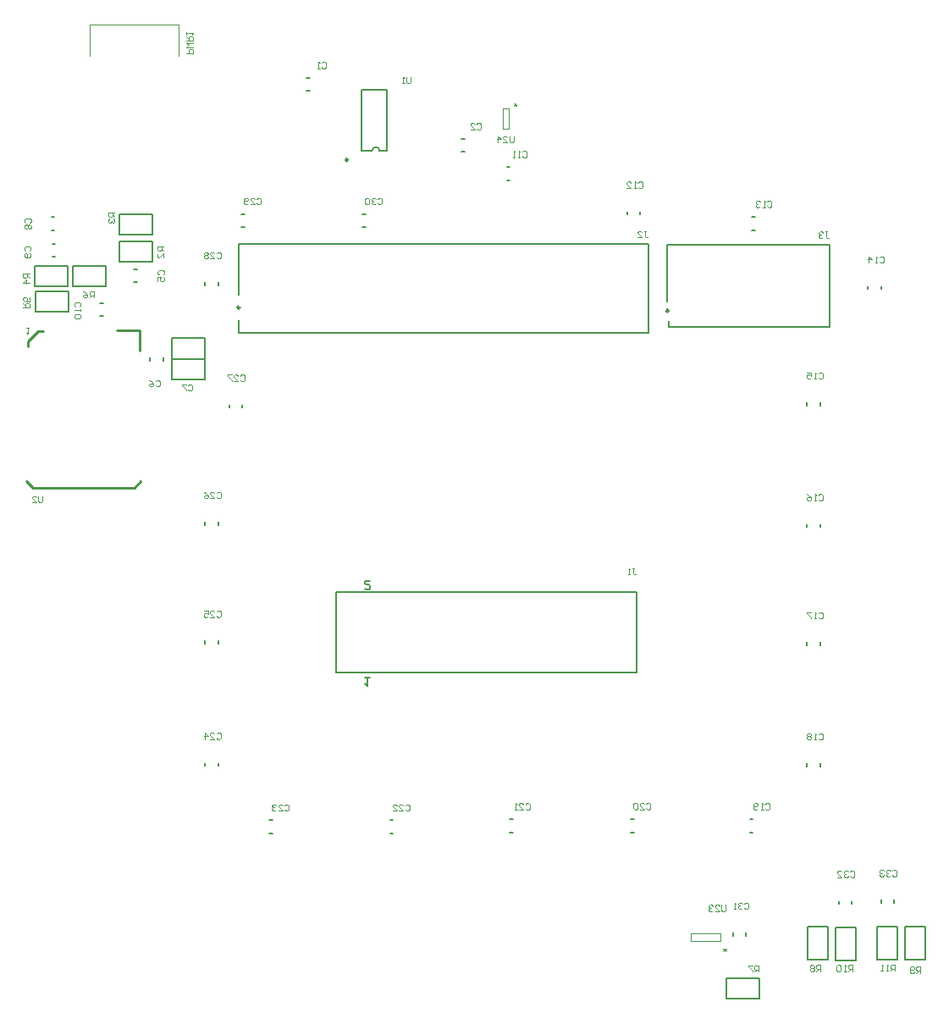
<source format=gbo>
G04 Layer_Color=32896*
%FSLAX44Y44*%
%MOMM*%
G71*
G01*
G75*
%ADD15C,0.2540*%
%ADD42C,0.1250*%
%ADD43C,0.1016*%
%ADD45C,0.1270*%
%ADD71C,0.0750*%
D15*
X1395110Y1139760D02*
G03*
X1395110Y1139760I-1270J0D01*
G01*
X966220Y1143000D02*
G03*
X966220Y1143000I-1270J0D01*
G01*
X1074270Y1290610D02*
G03*
X1074270Y1290610I-1270J0D01*
G01*
X754120Y1104020D02*
Y1109100D01*
X764280Y1119260D01*
X769360D01*
X843020Y1120530D02*
X865880D01*
Y1100210D02*
Y1120530D01*
X759200Y963050D02*
X810000D01*
X752850Y969400D02*
X759200Y963050D01*
X810000D02*
X860800D01*
X867150Y969400D01*
D42*
X904750Y1394250D02*
Y1426000D01*
X815850Y1394250D02*
Y1426000D01*
X904750D01*
X1446580Y509890D02*
Y517510D01*
X1417370D02*
X1446580D01*
X1417370Y509890D02*
Y517510D01*
Y509890D02*
X1446580D01*
X1235650Y1321990D02*
Y1342310D01*
X1229300Y1321990D02*
X1235650D01*
X1229300D02*
Y1342310D01*
X1235650D01*
D43*
X1048260Y1387508D02*
X1049318Y1388566D01*
X1051434D01*
X1052492Y1387508D01*
Y1383276D01*
X1051434Y1382218D01*
X1049318D01*
X1048260Y1383276D01*
X1046144Y1382218D02*
X1044028D01*
X1045086D01*
Y1388566D01*
X1046144Y1387508D01*
X1203254Y1326378D02*
X1204312Y1327436D01*
X1206428D01*
X1207486Y1326378D01*
Y1322146D01*
X1206428Y1321088D01*
X1204312D01*
X1203254Y1322146D01*
X1196906Y1321088D02*
X1201138D01*
X1196906Y1325320D01*
Y1326378D01*
X1197964Y1327436D01*
X1200080D01*
X1201138Y1326378D01*
X885210Y1175768D02*
X884152Y1176826D01*
Y1178942D01*
X885210Y1180000D01*
X889442D01*
X890500Y1178942D01*
Y1176826D01*
X889442Y1175768D01*
X884152Y1169420D02*
Y1173652D01*
X887326D01*
X886268Y1171536D01*
Y1170478D01*
X887326Y1169420D01*
X889442D01*
X890500Y1170478D01*
Y1172594D01*
X889442Y1173652D01*
X881768Y1069290D02*
X882826Y1070348D01*
X884942D01*
X886000Y1069290D01*
Y1065058D01*
X884942Y1064000D01*
X882826D01*
X881768Y1065058D01*
X875420Y1070348D02*
X877536Y1069290D01*
X879652Y1067174D01*
Y1065058D01*
X878594Y1064000D01*
X876478D01*
X875420Y1065058D01*
Y1066116D01*
X876478Y1067174D01*
X879652D01*
X914768Y1065290D02*
X915826Y1066348D01*
X917942D01*
X919000Y1065290D01*
Y1061058D01*
X917942Y1060000D01*
X915826D01*
X914768Y1061058D01*
X912652Y1066348D02*
X908420D01*
Y1065290D01*
X912652Y1061058D01*
Y1060000D01*
X752210Y1227768D02*
X751152Y1228826D01*
Y1230942D01*
X752210Y1232000D01*
X756442D01*
X757500Y1230942D01*
Y1228826D01*
X756442Y1227768D01*
X752210Y1225652D02*
X751152Y1224594D01*
Y1222478D01*
X752210Y1221420D01*
X753268D01*
X754326Y1222478D01*
X755384Y1221420D01*
X756442D01*
X757500Y1222478D01*
Y1224594D01*
X756442Y1225652D01*
X755384D01*
X754326Y1224594D01*
X753268Y1225652D01*
X752210D01*
X754326Y1224594D02*
Y1222478D01*
X751710Y1199768D02*
X750652Y1200826D01*
Y1202942D01*
X751710Y1204000D01*
X755942D01*
X757000Y1202942D01*
Y1200826D01*
X755942Y1199768D01*
Y1197652D02*
X757000Y1196594D01*
Y1194478D01*
X755942Y1193420D01*
X751710D01*
X750652Y1194478D01*
Y1196594D01*
X751710Y1197652D01*
X752768D01*
X753826Y1196594D01*
Y1193420D01*
X801710Y1143768D02*
X800652Y1144826D01*
Y1146942D01*
X801710Y1148000D01*
X805942D01*
X807000Y1146942D01*
Y1144826D01*
X805942Y1143768D01*
X807000Y1141652D02*
Y1139536D01*
Y1140594D01*
X800652D01*
X801710Y1141652D01*
Y1136362D02*
X800652Y1135304D01*
Y1133188D01*
X801710Y1132130D01*
X805942D01*
X807000Y1133188D01*
Y1135304D01*
X805942Y1136362D01*
X801710D01*
X1248632Y1298586D02*
X1249690Y1299644D01*
X1251806D01*
X1252864Y1298586D01*
Y1294354D01*
X1251806Y1293296D01*
X1249690D01*
X1248632Y1294354D01*
X1246516Y1293296D02*
X1244400D01*
X1245458D01*
Y1299644D01*
X1246516Y1298586D01*
X1241226Y1293296D02*
X1239110D01*
X1240168D01*
Y1299644D01*
X1241226Y1298586D01*
X1364816Y1267890D02*
X1365874Y1268948D01*
X1367990D01*
X1369048Y1267890D01*
Y1263658D01*
X1367990Y1262600D01*
X1365874D01*
X1364816Y1263658D01*
X1362700Y1262600D02*
X1360584D01*
X1361642D01*
Y1268948D01*
X1362700Y1267890D01*
X1353178Y1262600D02*
X1357410D01*
X1353178Y1266832D01*
Y1267890D01*
X1354236Y1268948D01*
X1356352D01*
X1357410Y1267890D01*
X1493780Y1248556D02*
X1494838Y1249614D01*
X1496954D01*
X1498012Y1248556D01*
Y1244324D01*
X1496954Y1243266D01*
X1494838D01*
X1493780Y1244324D01*
X1491664Y1243266D02*
X1489548D01*
X1490606D01*
Y1249614D01*
X1491664Y1248556D01*
X1486374D02*
X1485316Y1249614D01*
X1483200D01*
X1482142Y1248556D01*
Y1247498D01*
X1483200Y1246440D01*
X1484258D01*
X1483200D01*
X1482142Y1245382D01*
Y1244324D01*
X1483200Y1243266D01*
X1485316D01*
X1486374Y1244324D01*
X1605778Y1193248D02*
X1606836Y1194306D01*
X1608952D01*
X1610010Y1193248D01*
Y1189016D01*
X1608952Y1187958D01*
X1606836D01*
X1605778Y1189016D01*
X1603662Y1187958D02*
X1601546D01*
X1602604D01*
Y1194306D01*
X1603662Y1193248D01*
X1595198Y1187958D02*
Y1194306D01*
X1598372Y1191132D01*
X1594140D01*
X1544910Y1076866D02*
X1545968Y1077924D01*
X1548084D01*
X1549142Y1076866D01*
Y1072634D01*
X1548084Y1071576D01*
X1545968D01*
X1544910Y1072634D01*
X1542794Y1071576D02*
X1540678D01*
X1541736D01*
Y1077924D01*
X1542794Y1076866D01*
X1533272Y1077924D02*
X1537504D01*
Y1074750D01*
X1535388Y1075808D01*
X1534330D01*
X1533272Y1074750D01*
Y1072634D01*
X1534330Y1071576D01*
X1536446D01*
X1537504Y1072634D01*
X1544894Y955424D02*
X1545952Y956482D01*
X1548068D01*
X1549126Y955424D01*
Y951192D01*
X1548068Y950134D01*
X1545952D01*
X1544894Y951192D01*
X1542778Y950134D02*
X1540662D01*
X1541720D01*
Y956482D01*
X1542778Y955424D01*
X1533256Y956482D02*
X1535372Y955424D01*
X1537488Y953308D01*
Y951192D01*
X1536430Y950134D01*
X1534314D01*
X1533256Y951192D01*
Y952250D01*
X1534314Y953308D01*
X1537488D01*
X1544802Y837346D02*
X1545860Y838404D01*
X1547976D01*
X1549034Y837346D01*
Y833114D01*
X1547976Y832056D01*
X1545860D01*
X1544802Y833114D01*
X1542686Y832056D02*
X1540570D01*
X1541628D01*
Y838404D01*
X1542686Y837346D01*
X1537396Y838404D02*
X1533164D01*
Y837346D01*
X1537396Y833114D01*
Y832056D01*
X1544832Y716428D02*
X1545890Y717486D01*
X1548006D01*
X1549064Y716428D01*
Y712196D01*
X1548006Y711138D01*
X1545890D01*
X1544832Y712196D01*
X1542716Y711138D02*
X1540600D01*
X1541658D01*
Y717486D01*
X1542716Y716428D01*
X1537426D02*
X1536368Y717486D01*
X1534252D01*
X1533194Y716428D01*
Y715370D01*
X1534252Y714312D01*
X1533194Y713254D01*
Y712196D01*
X1534252Y711138D01*
X1536368D01*
X1537426Y712196D01*
Y713254D01*
X1536368Y714312D01*
X1537426Y715370D01*
Y716428D01*
X1536368Y714312D02*
X1534252D01*
X1491828Y646354D02*
X1492886Y647412D01*
X1495002D01*
X1496060Y646354D01*
Y642122D01*
X1495002Y641064D01*
X1492886D01*
X1491828Y642122D01*
X1489712Y641064D02*
X1487596D01*
X1488654D01*
Y647412D01*
X1489712Y646354D01*
X1484422Y642122D02*
X1483364Y641064D01*
X1481248D01*
X1480190Y642122D01*
Y646354D01*
X1481248Y647412D01*
X1483364D01*
X1484422Y646354D01*
Y645296D01*
X1483364Y644238D01*
X1480190D01*
X1372686Y646548D02*
X1373744Y647606D01*
X1375860D01*
X1376918Y646548D01*
Y642316D01*
X1375860Y641258D01*
X1373744D01*
X1372686Y642316D01*
X1366338Y641258D02*
X1370570D01*
X1366338Y645490D01*
Y646548D01*
X1367396Y647606D01*
X1369512D01*
X1370570Y646548D01*
X1364222D02*
X1363164Y647606D01*
X1361048D01*
X1359990Y646548D01*
Y642316D01*
X1361048Y641258D01*
X1363164D01*
X1364222Y642316D01*
Y646548D01*
X1251830Y646500D02*
X1252888Y647558D01*
X1255004D01*
X1256062Y646500D01*
Y642268D01*
X1255004Y641210D01*
X1252888D01*
X1251830Y642268D01*
X1245482Y641210D02*
X1249714D01*
X1245482Y645442D01*
Y646500D01*
X1246540Y647558D01*
X1248656D01*
X1249714Y646500D01*
X1243366Y641210D02*
X1241250D01*
X1242308D01*
Y647558D01*
X1243366Y646500D01*
X1131704Y645376D02*
X1132762Y646434D01*
X1134878D01*
X1135936Y645376D01*
Y641144D01*
X1134878Y640086D01*
X1132762D01*
X1131704Y641144D01*
X1125356Y640086D02*
X1129588D01*
X1125356Y644318D01*
Y645376D01*
X1126414Y646434D01*
X1128530D01*
X1129588Y645376D01*
X1119008Y640086D02*
X1123240D01*
X1119008Y644318D01*
Y645376D01*
X1120066Y646434D01*
X1122182D01*
X1123240Y645376D01*
X1011270Y645390D02*
X1012328Y646448D01*
X1014444D01*
X1015502Y645390D01*
Y641158D01*
X1014444Y640100D01*
X1012328D01*
X1011270Y641158D01*
X1004922Y640100D02*
X1009154D01*
X1004922Y644332D01*
Y645390D01*
X1005980Y646448D01*
X1008096D01*
X1009154Y645390D01*
X1002806D02*
X1001748Y646448D01*
X999632D01*
X998574Y645390D01*
Y644332D01*
X999632Y643274D01*
X1000690D01*
X999632D01*
X998574Y642216D01*
Y641158D01*
X999632Y640100D01*
X1001748D01*
X1002806Y641158D01*
X942730Y716886D02*
X943788Y717944D01*
X945904D01*
X946962Y716886D01*
Y712654D01*
X945904Y711596D01*
X943788D01*
X942730Y712654D01*
X936382Y711596D02*
X940614D01*
X936382Y715828D01*
Y716886D01*
X937440Y717944D01*
X939556D01*
X940614Y716886D01*
X931092Y711596D02*
Y717944D01*
X934266Y714770D01*
X930034D01*
X942890Y838868D02*
X943948Y839926D01*
X946064D01*
X947122Y838868D01*
Y834636D01*
X946064Y833578D01*
X943948D01*
X942890Y834636D01*
X936542Y833578D02*
X940774D01*
X936542Y837810D01*
Y838868D01*
X937600Y839926D01*
X939716D01*
X940774Y838868D01*
X930194Y839926D02*
X934426D01*
Y836752D01*
X932310Y837810D01*
X931252D01*
X930194Y836752D01*
Y834636D01*
X931252Y833578D01*
X933368D01*
X934426Y834636D01*
X942954Y957488D02*
X944012Y958546D01*
X946128D01*
X947186Y957488D01*
Y953256D01*
X946128Y952198D01*
X944012D01*
X942954Y953256D01*
X936606Y952198D02*
X940838D01*
X936606Y956430D01*
Y957488D01*
X937664Y958546D01*
X939780D01*
X940838Y957488D01*
X930258Y958546D02*
X932374Y957488D01*
X934490Y955372D01*
Y953256D01*
X933432Y952198D01*
X931316D01*
X930258Y953256D01*
Y954314D01*
X931316Y955372D01*
X934490D01*
X966828Y1074764D02*
X967886Y1075822D01*
X970002D01*
X971060Y1074764D01*
Y1070532D01*
X970002Y1069474D01*
X967886D01*
X966828Y1070532D01*
X960480Y1069474D02*
X964712D01*
X960480Y1073706D01*
Y1074764D01*
X961538Y1075822D01*
X963654D01*
X964712Y1074764D01*
X958364Y1075822D02*
X954132D01*
Y1074764D01*
X958364Y1070532D01*
Y1069474D01*
X942760Y1197294D02*
X943818Y1198352D01*
X945934D01*
X946992Y1197294D01*
Y1193062D01*
X945934Y1192004D01*
X943818D01*
X942760Y1193062D01*
X936412Y1192004D02*
X940644D01*
X936412Y1196236D01*
Y1197294D01*
X937470Y1198352D01*
X939586D01*
X940644Y1197294D01*
X934296D02*
X933238Y1198352D01*
X931122D01*
X930064Y1197294D01*
Y1196236D01*
X931122Y1195178D01*
X930064Y1194120D01*
Y1193062D01*
X931122Y1192004D01*
X933238D01*
X934296Y1193062D01*
Y1194120D01*
X933238Y1195178D01*
X934296Y1196236D01*
Y1197294D01*
X933238Y1195178D02*
X931122D01*
X983210Y1251476D02*
X984268Y1252534D01*
X986384D01*
X987442Y1251476D01*
Y1247244D01*
X986384Y1246186D01*
X984268D01*
X983210Y1247244D01*
X976862Y1246186D02*
X981094D01*
X976862Y1250418D01*
Y1251476D01*
X977920Y1252534D01*
X980036D01*
X981094Y1251476D01*
X974746Y1247244D02*
X973688Y1246186D01*
X971572D01*
X970514Y1247244D01*
Y1251476D01*
X971572Y1252534D01*
X973688D01*
X974746Y1251476D01*
Y1250418D01*
X973688Y1249360D01*
X970514D01*
X1104242Y1251462D02*
X1105300Y1252520D01*
X1107416D01*
X1108474Y1251462D01*
Y1247230D01*
X1107416Y1246172D01*
X1105300D01*
X1104242Y1247230D01*
X1102126Y1251462D02*
X1101068Y1252520D01*
X1098952D01*
X1097894Y1251462D01*
Y1250404D01*
X1098952Y1249346D01*
X1100010D01*
X1098952D01*
X1097894Y1248288D01*
Y1247230D01*
X1098952Y1246172D01*
X1101068D01*
X1102126Y1247230D01*
X1095778Y1251462D02*
X1094720Y1252520D01*
X1092604D01*
X1091546Y1251462D01*
Y1247230D01*
X1092604Y1246172D01*
X1094720D01*
X1095778Y1247230D01*
Y1251462D01*
X1470848Y547138D02*
X1471906Y548196D01*
X1474022D01*
X1475080Y547138D01*
Y542906D01*
X1474022Y541848D01*
X1471906D01*
X1470848Y542906D01*
X1468732Y547138D02*
X1467674Y548196D01*
X1465558D01*
X1464500Y547138D01*
Y546080D01*
X1465558Y545022D01*
X1466616D01*
X1465558D01*
X1464500Y543964D01*
Y542906D01*
X1465558Y541848D01*
X1467674D01*
X1468732Y542906D01*
X1462384Y541848D02*
X1460268D01*
X1461326D01*
Y548196D01*
X1462384Y547138D01*
X1576795Y578925D02*
X1577853Y579983D01*
X1579969D01*
X1581027Y578925D01*
Y574693D01*
X1579969Y573635D01*
X1577853D01*
X1576795Y574693D01*
X1574679Y578925D02*
X1573621Y579983D01*
X1571505D01*
X1570447Y578925D01*
Y577867D01*
X1571505Y576809D01*
X1572563D01*
X1571505D01*
X1570447Y575751D01*
Y574693D01*
X1571505Y573635D01*
X1573621D01*
X1574679Y574693D01*
X1564099Y573635D02*
X1568331D01*
X1564099Y577867D01*
Y578925D01*
X1565157Y579983D01*
X1567273D01*
X1568331Y578925D01*
X1618828Y579782D02*
X1619886Y580840D01*
X1622002D01*
X1623060Y579782D01*
Y575550D01*
X1622002Y574492D01*
X1619886D01*
X1618828Y575550D01*
X1616712Y579782D02*
X1615654Y580840D01*
X1613538D01*
X1612480Y579782D01*
Y578724D01*
X1613538Y577666D01*
X1614596D01*
X1613538D01*
X1612480Y576608D01*
Y575550D01*
X1613538Y574492D01*
X1615654D01*
X1616712Y575550D01*
X1610364Y579782D02*
X1609306Y580840D01*
X1607190D01*
X1606132Y579782D01*
Y578724D01*
X1607190Y577666D01*
X1608248D01*
X1607190D01*
X1606132Y576608D01*
Y575550D01*
X1607190Y574492D01*
X1609306D01*
X1610364Y575550D01*
X1358732Y882648D02*
X1360848D01*
X1359790D01*
Y877358D01*
X1360848Y876300D01*
X1361906D01*
X1362964Y877358D01*
X1356616Y876300D02*
X1354500D01*
X1355558D01*
Y882648D01*
X1356616Y881590D01*
X1370670Y1219452D02*
X1372786D01*
X1371728D01*
Y1214162D01*
X1372786Y1213104D01*
X1373844D01*
X1374902Y1214162D01*
X1364322Y1213104D02*
X1368554D01*
X1364322Y1217336D01*
Y1218394D01*
X1365380Y1219452D01*
X1367496D01*
X1368554Y1218394D01*
X1551772Y1218944D02*
X1553888D01*
X1552830D01*
Y1213654D01*
X1553888Y1212596D01*
X1554946D01*
X1556004Y1213654D01*
X1549656Y1217886D02*
X1548598Y1218944D01*
X1546482D01*
X1545424Y1217886D01*
Y1216828D01*
X1546482Y1215770D01*
X1547540D01*
X1546482D01*
X1545424Y1214712D01*
Y1213654D01*
X1546482Y1212596D01*
X1548598D01*
X1549656Y1213654D01*
X913000Y1397000D02*
X919348D01*
Y1400174D01*
X918290Y1401232D01*
X916174D01*
X915116Y1400174D01*
Y1397000D01*
X919348Y1403348D02*
X913000D01*
X915116Y1405464D01*
X913000Y1407580D01*
X919348D01*
X913000Y1409696D02*
X919348D01*
Y1412870D01*
X918290Y1413928D01*
X916174D01*
X915116Y1412870D01*
Y1409696D01*
Y1411812D02*
X913000Y1413928D01*
Y1416044D02*
Y1418160D01*
Y1417102D01*
X919348D01*
X918290Y1416044D01*
X890000Y1204000D02*
X883652D01*
Y1200826D01*
X884710Y1199768D01*
X886826D01*
X887884Y1200826D01*
Y1204000D01*
Y1201884D02*
X890000Y1199768D01*
Y1193420D02*
Y1197652D01*
X885768Y1193420D01*
X884710D01*
X883652Y1194478D01*
Y1196594D01*
X884710Y1197652D01*
X841000Y1238000D02*
X834652D01*
Y1234826D01*
X835710Y1233768D01*
X837826D01*
X838884Y1234826D01*
Y1238000D01*
Y1235884D02*
X841000Y1233768D01*
X835710Y1231652D02*
X834652Y1230594D01*
Y1228478D01*
X835710Y1227420D01*
X836768D01*
X837826Y1228478D01*
Y1229536D01*
Y1228478D01*
X838884Y1227420D01*
X839942D01*
X841000Y1228478D01*
Y1230594D01*
X839942Y1231652D01*
X756000Y1177000D02*
X749652D01*
Y1173826D01*
X750710Y1172768D01*
X752826D01*
X753884Y1173826D01*
Y1177000D01*
Y1174884D02*
X756000Y1172768D01*
Y1167478D02*
X749652D01*
X752826Y1170652D01*
Y1166420D01*
X749500Y1143000D02*
X755848D01*
Y1146174D01*
X754790Y1147232D01*
X752674D01*
X751616Y1146174D01*
Y1143000D01*
Y1145116D02*
X749500Y1147232D01*
X755848Y1153580D02*
Y1149348D01*
X752674D01*
X753732Y1151464D01*
Y1152522D01*
X752674Y1153580D01*
X750558D01*
X749500Y1152522D01*
Y1150406D01*
X750558Y1149348D01*
X820000Y1153000D02*
Y1159348D01*
X816826D01*
X815768Y1158290D01*
Y1156174D01*
X816826Y1155116D01*
X820000D01*
X817884D02*
X815768Y1153000D01*
X809420Y1159348D02*
X811536Y1158290D01*
X813652Y1156174D01*
Y1154058D01*
X812594Y1153000D01*
X810478D01*
X809420Y1154058D01*
Y1155116D01*
X810478Y1156174D01*
X813652D01*
X1485028Y478950D02*
Y485298D01*
X1481854D01*
X1480796Y484240D01*
Y482124D01*
X1481854Y481066D01*
X1485028D01*
X1482912D02*
X1480796Y478950D01*
X1478680Y485298D02*
X1474448D01*
Y484240D01*
X1478680Y480008D01*
Y478950D01*
X1547000Y479500D02*
Y485848D01*
X1543826D01*
X1542768Y484790D01*
Y482674D01*
X1543826Y481616D01*
X1547000D01*
X1544884D02*
X1542768Y479500D01*
X1540652Y484790D02*
X1539594Y485848D01*
X1537478D01*
X1536420Y484790D01*
Y483732D01*
X1537478Y482674D01*
X1536420Y481616D01*
Y480558D01*
X1537478Y479500D01*
X1539594D01*
X1540652Y480558D01*
Y481616D01*
X1539594Y482674D01*
X1540652Y483732D01*
Y484790D01*
X1539594Y482674D02*
X1537478D01*
X1647000Y478000D02*
Y484348D01*
X1643826D01*
X1642768Y483290D01*
Y481174D01*
X1643826Y480116D01*
X1647000D01*
X1644884D02*
X1642768Y478000D01*
X1640652Y479058D02*
X1639594Y478000D01*
X1637478D01*
X1636420Y479058D01*
Y483290D01*
X1637478Y484348D01*
X1639594D01*
X1640652Y483290D01*
Y482232D01*
X1639594Y481174D01*
X1636420D01*
X1579000Y479500D02*
Y485848D01*
X1575826D01*
X1574768Y484790D01*
Y482674D01*
X1575826Y481616D01*
X1579000D01*
X1576884D02*
X1574768Y479500D01*
X1572652D02*
X1570536D01*
X1571594D01*
Y485848D01*
X1572652Y484790D01*
X1567362D02*
X1566304Y485848D01*
X1564188D01*
X1563130Y484790D01*
Y480558D01*
X1564188Y479500D01*
X1566304D01*
X1567362Y480558D01*
Y484790D01*
X1621000Y480000D02*
Y486348D01*
X1617826D01*
X1616768Y485290D01*
Y483174D01*
X1617826Y482116D01*
X1621000D01*
X1618884D02*
X1616768Y480000D01*
X1614652D02*
X1612536D01*
X1613594D01*
Y486348D01*
X1614652Y485290D01*
X1609362Y480000D02*
X1607246D01*
X1608304D01*
Y486348D01*
X1609362Y485290D01*
X1137118Y1373630D02*
Y1368340D01*
X1136060Y1367282D01*
X1133944D01*
X1132886Y1368340D01*
Y1373630D01*
X1130770Y1367282D02*
X1128654D01*
X1129712D01*
Y1373630D01*
X1130770Y1372572D01*
X769000Y954348D02*
Y949058D01*
X767942Y948000D01*
X765826D01*
X764768Y949058D01*
Y954348D01*
X758420Y948000D02*
X762652D01*
X758420Y952232D01*
Y953290D01*
X759478Y954348D01*
X761594D01*
X762652Y953290D01*
X1452286Y545862D02*
Y540572D01*
X1451228Y539514D01*
X1449112D01*
X1448054Y540572D01*
Y545862D01*
X1441706Y539514D02*
X1445938D01*
X1441706Y543746D01*
Y544804D01*
X1442764Y545862D01*
X1444880D01*
X1445938Y544804D01*
X1439590D02*
X1438532Y545862D01*
X1436416D01*
X1435358Y544804D01*
Y543746D01*
X1436416Y542688D01*
X1437474D01*
X1436416D01*
X1435358Y541630D01*
Y540572D01*
X1436416Y539514D01*
X1438532D01*
X1439590Y540572D01*
X1240000Y1314348D02*
Y1309058D01*
X1238942Y1308000D01*
X1236826D01*
X1235768Y1309058D01*
Y1314348D01*
X1229420Y1308000D02*
X1233652D01*
X1229420Y1312232D01*
Y1313290D01*
X1230478Y1314348D01*
X1232594D01*
X1233652Y1313290D01*
X1224130Y1308000D02*
Y1314348D01*
X1227304Y1311174D01*
X1223072D01*
X753000Y1123000D02*
X755116D01*
X754058D01*
Y1116652D01*
X753000Y1117710D01*
D45*
X1106020Y1299500D02*
G03*
X1098400Y1299500I-3810J0D01*
G01*
X1062480Y858230D02*
X1363470D01*
X1062480Y778220D02*
X1363470D01*
Y858230D01*
X1062480Y778220D02*
Y858230D01*
X1091690Y766790D02*
X1094230Y764250D01*
Y773140D01*
X1091690D02*
X1094230D01*
X1096770D01*
X1091690Y862040D02*
X1092960Y860770D01*
X1095500D01*
X1096770Y862040D01*
Y864580D01*
X1095500Y865850D02*
X1096770Y864580D01*
X1092960Y865850D02*
X1095500D01*
X1091690Y867120D02*
X1092960Y865850D01*
X1091690Y867120D02*
Y869660D01*
X1096770D01*
X1395110Y1123250D02*
Y1129600D01*
Y1123250D02*
X1556400D01*
Y1205800D01*
X1393840D02*
X1556400D01*
X1393840Y1148650D02*
Y1205800D01*
X964950Y1189990D02*
Y1206500D01*
X1375160D01*
Y1117600D02*
Y1206500D01*
X964950Y1117600D02*
X1375160D01*
X964950Y1155700D02*
Y1189990D01*
Y1117600D02*
Y1130300D01*
X1233500Y1283500D02*
X1236500D01*
X1233500Y1270500D02*
X1236500D01*
X1366500Y1236000D02*
Y1239000D01*
X1353500Y1236000D02*
Y1239000D01*
X1478500Y1233500D02*
X1481500D01*
X1478500Y1220500D02*
X1481500D01*
X1607500Y1161500D02*
Y1164500D01*
X1594500Y1161500D02*
Y1164500D01*
X1546500Y1045000D02*
Y1048000D01*
X1533500Y1045000D02*
Y1048000D01*
X1546500Y923500D02*
Y926500D01*
X1533500Y923500D02*
Y926500D01*
X1546500Y805500D02*
Y808500D01*
X1533500Y805500D02*
Y808500D01*
X1546500Y684500D02*
Y687500D01*
X1533500Y684500D02*
Y687500D01*
X1476500Y618500D02*
X1479500D01*
X1476500Y631500D02*
X1479500D01*
X1357500Y618500D02*
X1360500D01*
X1357500Y631500D02*
X1360500D01*
X1236500Y618500D02*
X1239500D01*
X1236500Y631500D02*
X1239500D01*
X1116500Y617500D02*
X1119500D01*
X1116500Y630500D02*
X1119500D01*
X996000Y617500D02*
X999000D01*
X996000Y630500D02*
X999000D01*
X931500Y685000D02*
Y688000D01*
X944500Y685000D02*
Y688000D01*
X931500Y807000D02*
Y810000D01*
X944500Y807000D02*
Y810000D01*
X931500Y925500D02*
Y928500D01*
X944500Y925500D02*
Y928500D01*
X955500Y1043000D02*
Y1046000D01*
X968500Y1043000D02*
Y1046000D01*
X931500Y1165500D02*
Y1168500D01*
X944500Y1165500D02*
Y1168500D01*
X968000Y1223500D02*
X971000D01*
X968000Y1236500D02*
X971000D01*
X1089000D02*
X1092000D01*
X1089000Y1223500D02*
X1092000D01*
X876500Y1090000D02*
Y1093000D01*
X889500Y1090000D02*
Y1093000D01*
X931510Y1070710D02*
Y1091030D01*
X898490Y1070710D02*
X931510D01*
X898490D02*
Y1112620D01*
X931510D01*
Y1091030D02*
Y1112620D01*
X898490Y1091030D02*
X931510D01*
X860500Y1181500D02*
X863500D01*
X860500Y1168500D02*
X863500D01*
X845490Y1188840D02*
X878510D01*
Y1209160D01*
X845490D02*
X878510D01*
X845490Y1188840D02*
Y1209160D01*
X798990Y1184160D02*
X832010D01*
X798990Y1163840D02*
Y1184160D01*
Y1163840D02*
X832010D01*
Y1184160D01*
X761990Y1138840D02*
X795010D01*
Y1159160D01*
X761990D02*
X795010D01*
X761990Y1138840D02*
Y1159160D01*
X826500Y1147500D02*
X829500D01*
X826500Y1134500D02*
X829500D01*
X778000Y1220500D02*
X781000D01*
X778000Y1233500D02*
X781000D01*
X778500Y1193500D02*
X781500D01*
X778500Y1206500D02*
X781500D01*
X761490Y1184160D02*
X794510D01*
X761490Y1163840D02*
Y1184160D01*
Y1163840D02*
X794510D01*
Y1184160D01*
X845490Y1215840D02*
X878510D01*
Y1236160D01*
X845490D02*
X878510D01*
X845490Y1215840D02*
Y1236160D01*
X1578500Y547000D02*
Y550000D01*
X1565500Y547000D02*
Y550000D01*
X1620500Y548000D02*
Y551000D01*
X1607500Y548000D02*
Y551000D01*
X1088240Y1299500D02*
X1098400D01*
X1106020D02*
X1113640D01*
Y1360460D01*
X1088240D02*
X1113640D01*
X1088240Y1299500D02*
Y1360460D01*
X1459410Y515270D02*
Y518270D01*
X1472410Y515270D02*
Y518270D01*
X1452490Y451840D02*
X1485510D01*
Y472160D01*
X1452490D02*
X1485510D01*
X1452490Y451840D02*
Y472160D01*
X1603840Y490990D02*
Y524010D01*
Y490990D02*
X1624160D01*
Y524010D01*
X1603840D02*
X1624160D01*
X1554160Y491490D02*
Y524510D01*
X1533840D02*
X1554160D01*
X1533840Y491490D02*
Y524510D01*
Y491490D02*
X1554160D01*
X1561840Y490490D02*
Y523510D01*
Y490490D02*
X1582160D01*
Y523510D01*
X1561840D02*
X1582160D01*
X1652160Y490990D02*
Y524010D01*
X1631840D02*
X1652160D01*
X1631840Y490990D02*
Y524010D01*
Y490990D02*
X1652160D01*
X1188000Y1298500D02*
X1191000D01*
X1188000Y1311500D02*
X1191000D01*
X1033000Y1359500D02*
X1036000D01*
X1033000Y1372500D02*
X1036000D01*
D71*
X1452452Y499730D02*
X1449787Y502396D01*
Y499730D02*
X1452452Y502396D01*
X1451119Y499730D02*
Y502396D01*
X1449787Y501063D02*
X1452452D01*
X1243270Y1346912D02*
X1240604Y1344247D01*
X1243270D02*
X1240604Y1346912D01*
X1243270Y1345579D02*
X1240604D01*
X1241937Y1344247D02*
Y1346912D01*
M02*

</source>
